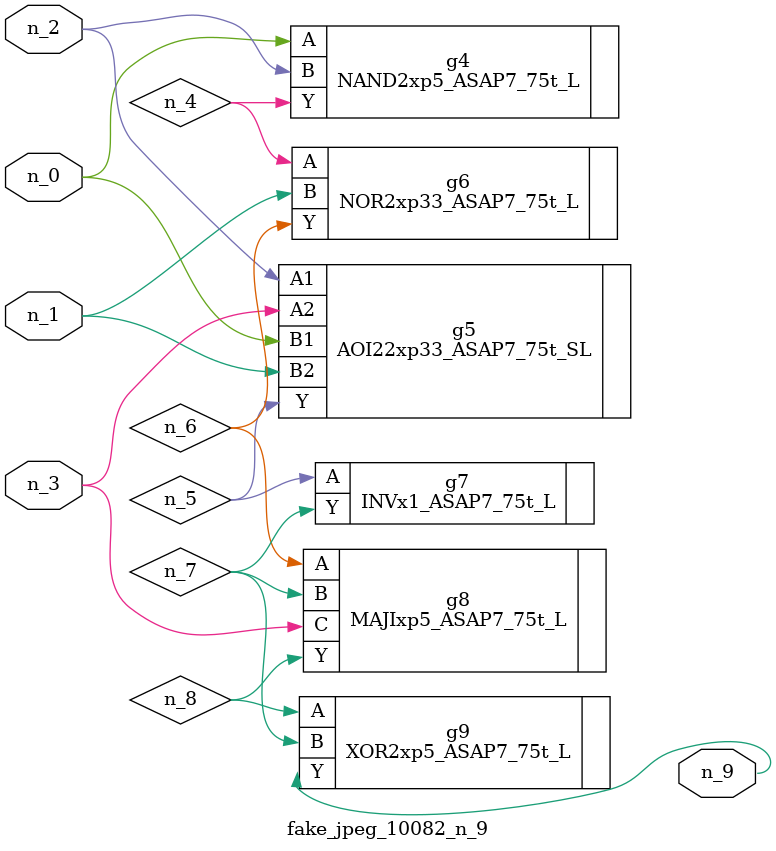
<source format=v>
module fake_jpeg_10082_n_9 (n_0, n_3, n_2, n_1, n_9);

input n_0;
input n_3;
input n_2;
input n_1;

output n_9;

wire n_4;
wire n_8;
wire n_6;
wire n_5;
wire n_7;

NAND2xp5_ASAP7_75t_L g4 ( 
.A(n_0),
.B(n_2),
.Y(n_4)
);

AOI22xp33_ASAP7_75t_SL g5 ( 
.A1(n_2),
.A2(n_3),
.B1(n_0),
.B2(n_1),
.Y(n_5)
);

NOR2xp33_ASAP7_75t_L g6 ( 
.A(n_4),
.B(n_1),
.Y(n_6)
);

MAJIxp5_ASAP7_75t_L g8 ( 
.A(n_6),
.B(n_7),
.C(n_3),
.Y(n_8)
);

INVx1_ASAP7_75t_L g7 ( 
.A(n_5),
.Y(n_7)
);

XOR2xp5_ASAP7_75t_L g9 ( 
.A(n_8),
.B(n_7),
.Y(n_9)
);


endmodule
</source>
